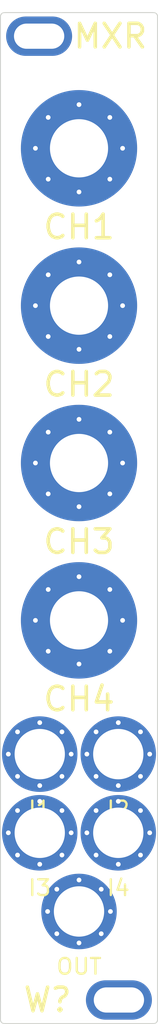
<source format=kicad_pcb>
(kicad_pcb (version 20211014) (generator pcbnew)
  (layers (0 "F.Cu" signal) (31 "B.Cu" signal) (34 "B.Paste" user) (35 "F.Paste" user) (36 "B.SilkS" user "B.Silkscreen") (37 "F.SilkS" user "F.Silkscreen") (38 "B.Mask" user) (39 "F.Mask" user) (44 "Edge.Cuts" user))
  (net 0 "")
  (net 1 "GND")
  (footprint "WITNS:PotentiometerHole_7.4mm_M7_Pad_Via" (layer "F.Cu") (at 50 53)
    (fp_text reference "H101")
    (fp_text value "CH1" (at 0 10) (layer "F.SilkS") (effects (font (size 3 3) (thickness 0.45))))
    (pad "1" thru_hole circle (at 0 5.55) (size 0.9 0.9) (drill 0.6) (layers *.Cu *.Mask) (net 1 "GND"))
    (pad "1" thru_hole circle (at 0 -5.55) (size 0.9 0.9) (drill 0.6) (layers *.Cu *.Mask) (net 1 "GND"))
    (pad "1" thru_hole circle (at -5.55 0) (size 0.9 0.9) (drill 0.6) (layers *.Cu *.Mask) (net 1 "GND"))
    (pad "1" thru_hole circle (at 3.92385 -3.92385) (size 0.9 0.9) (drill 0.6) (layers *.Cu *.Mask) (net 1 "GND"))
    (pad "1" thru_hole circle (at 5.55 0) (size 0.9 0.9) (drill 0.6) (layers *.Cu *.Mask) (net 1 "GND"))
    (pad "1" thru_hole circle (at 0 0) (size 14.8 14.8) (drill 7.4) (layers *.Cu *.Mask) (net 1 "GND"))
    (pad "1" thru_hole circle (at -3.92385 -3.92385) (size 0.9 0.9) (drill 0.6) (layers *.Cu *.Mask) (net 1 "GND"))
    (pad "1" thru_hole circle (at 3.92385 3.92385) (size 0.9 0.9) (drill 0.6) (layers *.Cu *.Mask) (net 1 "GND"))
    (pad "1" thru_hole circle (at -3.92385 3.92385) (size 0.9 0.9) (drill 0.6) (layers *.Cu *.Mask) (net 1 "GND"))
  )
  (footprint "WITNS:Thonkiconn_6.4mm_M6_Pad_Via" (layer "F.Cu") (at 45 140)
    (fp_text reference "H107")
    (fp_text value "I3" (at 0 7) (layer "F.SilkS") (effects (font (size 2 2) (thickness 0.3))))
    (pad "1" thru_hole circle (at 2.828 -2.828) (size 0.9 0.9) (drill 0.6) (layers *.Cu *.Mask) (net 1 "GND"))
    (pad "1" thru_hole circle (at -2.828 2.828) (size 0.9 0.9) (drill 0.6) (layers *.Cu *.Mask) (net 1 "GND"))
    (pad "1" thru_hole circle (at 0 -4) (size 0.9 0.9) (drill 0.6) (layers *.Cu *.Mask) (net 1 "GND"))
    (pad "1" thru_hole circle (at -2.828 -2.828) (size 0.9 0.9) (drill 0.6) (layers *.Cu *.Mask) (net 1 "GND"))
    (pad "1" thru_hole circle (at 0 0) (size 9.6 9.6) (drill 6.4) (layers *.Cu *.Mask) (net 1 "GND"))
    (pad "1" thru_hole circle (at 4 0) (size 0.9 0.9) (drill 0.6) (layers *.Cu *.Mask) (net 1 "GND"))
    (pad "1" thru_hole circle (at 2.828 2.828) (size 0.9 0.9) (drill 0.6) (layers *.Cu *.Mask) (net 1 "GND"))
    (pad "1" thru_hole circle (at 0 4) (size 0.9 0.9) (drill 0.6) (layers *.Cu *.Mask) (net 1 "GND"))
    (pad "1" thru_hole circle (at -4 0) (size 0.9 0.9) (drill 0.6) (layers *.Cu *.Mask) (net 1 "GND"))
  )
  (footprint "WITNS:Thonkiconn_6.4mm_M6_Pad_Via" (layer "F.Cu") (at 55 140)
    (fp_text reference "H108")
    (fp_text value "I4" (at 0 7) (layer "F.SilkS") (effects (font (size 2 2) (thickness 0.3))))
    (pad "1" thru_hole circle (at 0 4) (size 0.9 0.9) (drill 0.6) (layers *.Cu *.Mask) (net 1 "GND"))
    (pad "1" thru_hole circle (at 0 0) (size 9.6 9.6) (drill 6.4) (layers *.Cu *.Mask) (net 1 "GND"))
    (pad "1" thru_hole circle (at 2.828 -2.828) (size 0.9 0.9) (drill 0.6) (layers *.Cu *.Mask) (net 1 "GND"))
    (pad "1" thru_hole circle (at 0 -4) (size 0.9 0.9) (drill 0.6) (layers *.Cu *.Mask) (net 1 "GND"))
    (pad "1" thru_hole circle (at -2.828 2.828) (size 0.9 0.9) (drill 0.6) (layers *.Cu *.Mask) (net 1 "GND"))
    (pad "1" thru_hole circle (at 4 0) (size 0.9 0.9) (drill 0.6) (layers *.Cu *.Mask) (net 1 "GND"))
    (pad "1" thru_hole circle (at 2.828 2.828) (size 0.9 0.9) (drill 0.6) (layers *.Cu *.Mask) (net 1 "GND"))
    (pad "1" thru_hole circle (at -2.828 -2.828) (size 0.9 0.9) (drill 0.6) (layers *.Cu *.Mask) (net 1 "GND"))
    (pad "1" thru_hole circle (at -4 0) (size 0.9 0.9) (drill 0.6) (layers *.Cu *.Mask) (net 1 "GND"))
  )
  (footprint "WITNS:FACEPLATE_4HP" (layer "F.Cu") (at 50 100)
    (fp_text reference "F1")
    (fp_text value "MXR" (at 4 -61.25 unlocked) (layer "F.SilkS") (effects (font (size 3 3) (thickness 0.45))))
    (fp_text user "W?" (at -4 61.25 unlocked) (layer "F.SilkS") (effects (font (size 3 3) (thickness 0.45))))
    (fp_line (start 10 63.75) (end 10 -63.75) (layer "Edge.Cuts") (width 0.12))
    (fp_line (start -9.5 64.25) (end 9.5 64.25) (layer "Edge.Cuts") (width 0.12))
    (fp_line (start -10 -63.75) (end -10 63.75) (layer "Edge.Cuts") (width 0.12))
    (fp_line (start 9.5 -64.25) (end -9.5 -64.25) (layer "Edge.Cuts") (width 0.12))
    (fp_arc (start -9.5 64.25) (mid -9.853553 64.103553) (end -10 63.75) (layer "Edge.Cuts") (width 0.12))
    (fp_arc (start -10 -63.75) (mid -9.853553 -64.103553) (end -9.5 -64.25) (layer "Edge.Cuts") (width 0.12))
    (fp_arc (start 10 63.75) (mid 9.853553 64.103553) (end 9.5 64.25) (layer "Edge.Cuts") (width 0.12))
    (fp_arc (start 9.5 -64.25) (mid 9.853553 -64.103553) (end 10 -63.75) (layer "Edge.Cuts") (width 0.12))
    (pad "1" thru_hole oval (at 5.08 61.25) (size 8.4 5) (drill oval 6.4 3.2) (layers *.Cu *.Mask) (net 1 "GND"))
    (pad "1" thru_hole oval (at -5.08 -61.25) (size 8.4 5) (drill oval 6.4 3.2) (layers *.Cu *.Mask) (net 1 "GND"))
  )
  (footprint "WITNS:Thonkiconn_6.4mm_M6_Pad_Via" (layer "F.Cu") (at 50 150)
    (fp_text reference "H109")
    (fp_text value "OUT" (at 0 7) (layer "F.SilkS") (effects (font (size 2 2) (thickness 0.3))))
    (pad "1" thru_hole circle (at 0 0) (size 9.6 9.6) (drill 6.4) (layers *.Cu *.Mask) (net 1 "GND"))
    (pad "1" thru_hole circle (at 2.828 2.828) (size 0.9 0.9) (drill 0.6) (layers *.Cu *.Mask) (net 1 "GND"))
    (pad "1" thru_hole circle (at 4 0) (size 0.9 0.9) (drill 0.6) (layers *.Cu *.Mask) (net 1 "GND"))
    (pad "1" thru_hole circle (at -2.828 -2.828) (size 0.9 0.9) (drill 0.6) (layers *.Cu *.Mask) (net 1 "GND"))
    (pad "1" thru_hole circle (at -4 0) (size 0.9 0.9) (drill 0.6) (layers *.Cu *.Mask) (net 1 "GND"))
    (pad "1" thru_hole circle (at -2.828 2.828) (size 0.9 0.9) (drill 0.6) (layers *.Cu *.Mask) (net 1 "GND"))
    (pad "1" thru_hole circle (at 2.828 -2.828) (size 0.9 0.9) (drill 0.6) (layers *.Cu *.Mask) (net 1 "GND"))
    (pad "1" thru_hole circle (at 0 -4) (size 0.9 0.9) (drill 0.6) (layers *.Cu *.Mask) (net 1 "GND"))
    (pad "1" thru_hole circle (at 0 4) (size 0.9 0.9) (drill 0.6) (layers *.Cu *.Mask) (net 1 "GND"))
  )
  (footprint "WITNS:Thonkiconn_6.4mm_M6_Pad_Via" (layer "F.Cu") (at 45 130)
    (fp_text reference "H105")
    (fp_text value "I1" (at 0 7) (layer "F.SilkS") (effects (font (size 2 2) (thickness 0.3))))
    (pad "1" thru_hole circle (at 0 4) (size 0.9 0.9) (drill 0.6) (layers *.Cu *.Mask) (net 1 "GND"))
    (pad "1" thru_hole circle (at -2.828 -2.828) (size 0.9 0.9) (drill 0.6) (layers *.Cu *.Mask) (net 1 "GND"))
    (pad "1" thru_hole circle (at -4 0) (size 0.9 0.9) (drill 0.6) (layers *.Cu *.Mask) (net 1 "GND"))
    (pad "1" thru_hole circle (at 2.828 -2.828) (size 0.9 0.9) (drill 0.6) (layers *.Cu *.Mask) (net 1 "GND"))
    (pad "1" thru_hole circle (at 2.828 2.828) (size 0.9 0.9) (drill 0.6) (layers *.Cu *.Mask) (net 1 "GND"))
    (pad "1" thru_hole circle (at 0 0) (size 9.6 9.6) (drill 6.4) (layers *.Cu *.Mask) (net 1 "GND"))
    (pad "1" thru_hole circle (at -2.828 2.828) (size 0.9 0.9) (drill 0.6) (layers *.Cu *.Mask) (net 1 "GND"))
    (pad "1" thru_hole circle (at 0 -4) (size 0.9 0.9) (drill 0.6) (layers *.Cu *.Mask) (net 1 "GND"))
    (pad "1" thru_hole circle (at 4 0) (size 0.9 0.9) (drill 0.6) (layers *.Cu *.Mask) (net 1 "GND"))
  )
  (footprint "WITNS:Thonkiconn_6.4mm_M6_Pad_Via" (layer "F.Cu") (at 55 130)
    (fp_text reference "H106")
    (fp_text value "I2" (at 0 7) (layer "F.SilkS") (effects (font (size 2 2) (thickness 0.3))))
    (pad "1" thru_hole circle (at 0 4) (size 0.9 0.9) (drill 0.6) (layers *.Cu *.Mask) (net 1 "GND"))
    (pad "1" thru_hole circle (at -4 0) (size 0.9 0.9) (drill 0.6) (layers *.Cu *.Mask) (net 1 "GND"))
    (pad "1" thru_hole circle (at 0 -4) (size 0.9 0.9) (drill 0.6) (layers *.Cu *.Mask) (net 1 "GND"))
    (pad "1" thru_hole circle (at -2.828 -2.828) (size 0.9 0.9) (drill 0.6) (layers *.Cu *.Mask) (net 1 "GND"))
    (pad "1" thru_hole circle (at 4 0) (size 0.9 0.9) (drill 0.6) (layers *.Cu *.Mask) (net 1 "GND"))
    (pad "1" thru_hole circle (at 0 0) (size 9.6 9.6) (drill 6.4) (layers *.Cu *.Mask) (net 1 "GND"))
    (pad "1" thru_hole circle (at -2.828 2.828) (size 0.9 0.9) (drill 0.6) (layers *.Cu *.Mask) (net 1 "GND"))
    (pad "1" thru_hole circle (at 2.828 -2.828) (size 0.9 0.9) (drill 0.6) (layers *.Cu *.Mask) (net 1 "GND"))
    (pad "1" thru_hole circle (at 2.828 2.828) (size 0.9 0.9) (drill 0.6) (layers *.Cu *.Mask) (net 1 "GND"))
  )
  (footprint "WITNS:PotentiometerHole_7.4mm_M7_Pad_Via" (layer "F.Cu") (at 50 93)
    (fp_text reference "H103")
    (fp_text value "CH3" (at 0 10) (layer "F.SilkS") (effects (font (size 3 3) (thickness 0.45))))
    (pad "1" thru_hole circle (at 0 0) (size 14.8 14.8) (drill 7.4) (layers *.Cu *.Mask) (net 1 "GND"))
    (pad "1" thru_hole circle (at -3.92385 -3.92385) (size 0.9 0.9) (drill 0.6) (layers *.Cu *.Mask) (net 1 "GND"))
    (pad "1" thru_hole circle (at 3.92385 -3.92385) (size 0.9 0.9) (drill 0.6) (layers *.Cu *.Mask) (net 1 "GND"))
    (pad "1" thru_hole circle (at 5.55 0) (size 0.9 0.9) (drill 0.6) (layers *.Cu *.Mask) (net 1 "GND"))
    (pad "1" thru_hole circle (at 3.92385 3.92385) (size 0.9 0.9) (drill 0.6) (layers *.Cu *.Mask) (net 1 "GND"))
    (pad "1" thru_hole circle (at 0 -5.55) (size 0.9 0.9) (drill 0.6) (layers *.Cu *.Mask) (net 1 "GND"))
    (pad "1" thru_hole circle (at -3.92385 3.92385) (size 0.9 0.9) (drill 0.6) (layers *.Cu *.Mask) (net 1 "GND"))
    (pad "1" thru_hole circle (at -5.55 0) (size 0.9 0.9) (drill 0.6) (layers *.Cu *.Mask) (net 1 "GND"))
    (pad "1" thru_hole circle (at 0 5.55) (size 0.9 0.9) (drill 0.6) (layers *.Cu *.Mask) (net 1 "GND"))
  )
  (footprint "WITNS:PotentiometerHole_7.4mm_M7_Pad_Via" (layer "F.Cu") (at 50 73)
    (fp_text reference "H102")
    (fp_text value "CH2" (at 0 10) (layer "F.SilkS") (effects (font (size 3 3) (thickness 0.45))))
    (pad "1" thru_hole circle (at 0 0) (size 14.8 14.8) (drill 7.4) (layers *.Cu *.Mask) (net 1 "GND"))
    (pad "1" thru_hole circle (at 0 5.55) (size 0.9 0.9) (drill 0.6) (layers *.Cu *.Mask) (net 1 "GND"))
    (pad "1" thru_hole circle (at 3.92385 3.92385) (size 0.9 0.9) (drill 0.6) (layers *.Cu *.Mask) (net 1 "GND"))
    (pad "1" thru_hole circle (at 0 -5.55) (size 0.9 0.9) (drill 0.6) (layers *.Cu *.Mask) (net 1 "GND"))
    (pad "1" thru_hole circle (at 5.55 0) (size 0.9 0.9) (drill 0.6) (layers *.Cu *.Mask) (net 1 "GND"))
    (pad "1" thru_hole circle (at 3.92385 -3.92385) (size 0.9 0.9) (drill 0.6) (layers *.Cu *.Mask) (net 1 "GND"))
    (pad "1" thru_hole circle (at -3.92385 3.92385) (size 0.9 0.9) (drill 0.6) (layers *.Cu *.Mask) (net 1 "GND"))
    (pad "1" thru_hole circle (at -3.92385 -3.92385) (size 0.9 0.9) (drill 0.6) (layers *.Cu *.Mask) (net 1 "GND"))
    (pad "1" thru_hole circle (at -5.55 0) (size 0.9 0.9) (drill 0.6) (layers *.Cu *.Mask) (net 1 "GND"))
  )
  (footprint "WITNS:PotentiometerHole_7.4mm_M7_Pad_Via" (layer "F.Cu") (at 50 113)
    (fp_text reference "H104")
    (fp_text value "CH4" (at 0 10) (layer "F.SilkS") (effects (font (size 3 3) (thickness 0.45))))
    (pad "1" thru_hole circle (at -5.55 0) (size 0.9 0.9) (drill 0.6) (layers *.Cu *.Mask) (net 1 "GND"))
    (pad "1" thru_hole circle (at 0 -5.55) (size 0.9 0.9) (drill 0.6) (layers *.Cu *.Mask) (net 1 "GND"))
    (pad "1" thru_hole circle (at 3.92385 3.92385) (size 0.9 0.9) (drill 0.6) (layers *.Cu *.Mask) (net 1 "GND"))
    (pad "1" thru_hole circle (at -3.92385 3.92385) (size 0.9 0.9) (drill 0.6) (layers *.Cu *.Mask) (net 1 "GND"))
    (pad "1" thru_hole circle (at 0 0) (size 14.8 14.8) (drill 7.4) (layers *.Cu *.Mask) (net 1 "GND"))
    (pad "1" thru_hole circle (at 0 5.55) (size 0.9 0.9) (drill 0.6) (layers *.Cu *.Mask) (net 1 "GND"))
    (pad "1" thru_hole circle (at -3.92385 -3.92385) (size 0.9 0.9) (drill 0.6) (layers *.Cu *.Mask) (net 1 "GND"))
    (pad "1" thru_hole circle (at 5.55 0) (size 0.9 0.9) (drill 0.6) (layers *.Cu *.Mask) (net 1 "GND"))
    (pad "1" thru_hole circle (at 3.92385 -3.92385) (size 0.9 0.9) (drill 0.6) (layers *.Cu *.Mask) (net 1 "GND"))
  )
)
</source>
